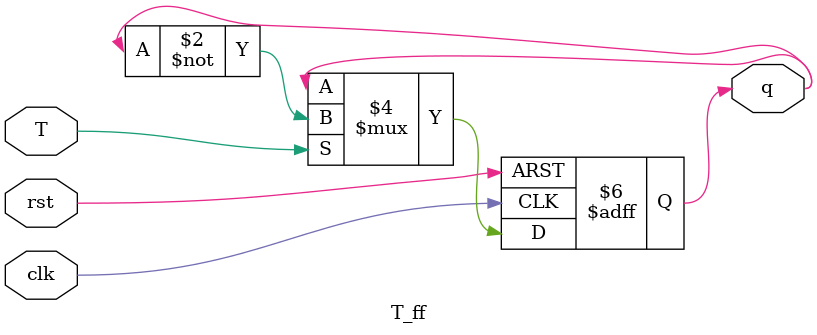
<source format=v>
module T_ff(clk,rst,T,q);
  input clk,rst,T;
  output reg q;
  
  always@(posedge clk,posedge rst)
    begin
      if(rst)
        q<=1'b0;
      else if(T)
        q<= ~q;
      else 
        q<=q;
    end
endmodule

</source>
